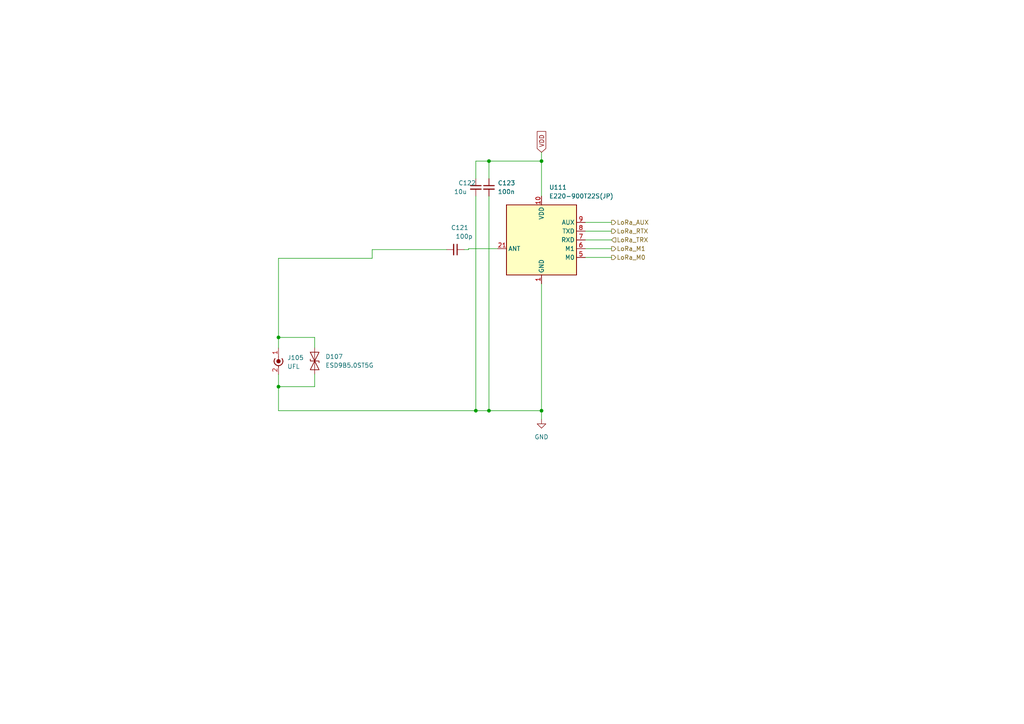
<source format=kicad_sch>
(kicad_sch (version 20231120) (generator "eeschema") (generator_version "8.0")
  (paper "A4")
  (lib_symbols
    (symbol "Connector:Conn_Coaxial_Power" (pin_names (offset 1.016) hide)
      (property "Reference" "J" (at -5.08 -1.27 90))
      (property "Value" "Conn_Coaxial_Power" (at -3.175 -1.27 90))
      (symbol "Conn_Coaxial_Power_0_1"
        (arc (start -1.27 -1.27) (mid 0 -2.5345) (end 1.27 -1.27) (stroke (width 0.254)))
        (arc (start -1.016 -0.508) (mid -1.2048 -0.8684) (end -1.27 -1.27) (stroke (width 0.254)))
        (circle (center 0 -1.27) (radius 0.508) (stroke (width 0.2032)) (fill (type outline)))
        (polyline (pts (xy 0 -2.54) (xy 0 -3.048)))
        (polyline (pts (xy 0 0) (xy 0 -1.27)))
        (arc (start 1.27 -1.27) (mid 1.2048 -0.8684) (end 1.016 -0.508) (stroke (width 0.254)))
      )
      (symbol "Conn_Coaxial_Power_1_1"
        (pin passive line (at 0 2.54 270) (length 2.54) (name "In") (number "1"))
        (pin passive line (at 0 -5.08 90) (length 2.54) (name "Ext") (number "2"))
      )
    )
    (symbol "Device:C_Small" (pin_numbers hide) (pin_names (offset 0.254) hide)
      (property "Reference" "C" (at 0.254 1.778 0))
      (property "Value" "C_Small" (at 0.254 -2.032 0))
      (symbol "C_Small_0_1"
        (polyline (pts (xy -1.524 -0.508) (xy 1.524 -0.508)) (stroke (width 0.3302)))
        (polyline (pts (xy -1.524 0.508) (xy 1.524 0.508)) (stroke (width 0.3048)))
      )
      (symbol "C_Small_1_1"
        (pin passive line (at 0 2.54 270) (length 2.032) (name "~") (number "1"))
        (pin passive line (at 0 -2.54 90) (length 2.032) (name "~") (number "2"))
      )
    )
    (symbol "Diode:ESD9B5.0ST5G" (pin_numbers hide) (pin_names (offset 1.016) hide)
      (property "Reference" "D" (at 0 2.54 0))
      (property "Value" "ESD9B5.0ST5G" (at 0 -2.54 0))
      (symbol "ESD9B5.0ST5G_0_1"
        (polyline (pts (xy 1.27 0) (xy -1.27 0)))
        (polyline (pts (xy -2.54 -1.27) (xy 0 0) (xy -2.54 1.27) (xy -2.54 -1.27)) (stroke (width 0.2032)))
        (polyline (pts (xy 0.508 1.27) (xy 0 1.27) (xy 0 -1.27) (xy -0.508 -1.27)) (stroke (width 0.2032)))
        (polyline (pts (xy 2.54 1.27) (xy 2.54 -1.27) (xy 0 0) (xy 2.54 1.27)) (stroke (width 0.2032)))
      )
      (symbol "ESD9B5.0ST5G_1_1"
        (pin passive line (at -3.81 0 0) (length 2.54) (name "A1") (number "1"))
        (pin passive line (at 3.81 0 180) (length 2.54) (name "A2") (number "2"))
      )
    )
    (symbol "RF_Module_additional:E220-900T22S(JP)"
      (property "Reference" "U" (at -8.89 11.43 0))
      (property "Value" "E220-900T22S(JP)" (at 11.43 11.43 0))
      (symbol "E220-900T22S(JP)_0_1"
        (rectangle (start -10.16 10.16) (end 10.16 -10.16) (stroke (width 0.254)) (fill (type background)))
      )
      (symbol "E220-900T22S(JP)_1_1"
        (pin power_in line (at 0 -12.7 90) (length 2.54) (name "GND") (number "1"))
        (pin power_in line (at 0 12.7 270) (length 2.54) (name "VDD") (number "10"))
        (pin passive line (at 0 -12.7 90) (length 2.54) hide (name "GND") (number "11"))
        (pin passive line (at 0 -12.7 90) (length 2.54) hide (name "GND") (number "13"))
        (pin passive line (at 0 -12.7 90) (length 2.54) hide (name "GND") (number "19"))
        (pin passive line (at 0 -12.7 90) (length 2.54) hide (name "GND") (number "2"))
        (pin passive line (at 0 -12.7 90) (length 2.54) hide (name "GND") (number "20"))
        (pin power_in line (at -12.7 -2.54 0) (length 2.54) (name "ANT") (number "21"))
        (pin passive line (at 0 -12.7 90) (length 2.54) hide (name "GND") (number "22"))
        (pin passive line (at 0 -12.7 90) (length 2.54) hide (name "GND") (number "3"))
        (pin passive line (at 0 -12.7 90) (length 2.54) hide (name "GND") (number "4"))
        (pin input line (at 12.7 -5.08 180) (length 2.54) (name "M0") (number "5"))
        (pin input line (at 12.7 -2.54 180) (length 2.54) (name "M1") (number "6"))
        (pin input line (at 12.7 0 180) (length 2.54) (name "RXD") (number "7"))
        (pin output line (at 12.7 2.54 180) (length 2.54) (name "TXD") (number "8"))
        (pin output line (at 12.7 5.08 180) (length 2.54) (name "AUX") (number "9"))
      )
    )
    (symbol "power:GND" (power) (pin_names (offset 0))
      (property "Value" "GND" (at 0 -3.81 0))
      (symbol "GND_0_1"
        (polyline (pts (xy 0 0) (xy 0 -1.27) (xy 1.27 -1.27) (xy 0 -2.54) (xy -1.27 -1.27) (xy 0 -1.27)))
      )
      (symbol "GND_1_1"
        (pin power_in line (at 0 0 270) (length 0) hide (name "GND") (number "1"))
      )
    )
  )
  (junction (at 141.8183 46.7278))
  (junction (at 157.0583 46.7278))
  (junction (at 157.0583 119.1178))
  (junction (at 141.8183 119.1178))
  (junction (at 138.0083 119.1178))
  (junction (at 80.7747 97.866))
  (junction (at 80.7747 112.1455))
  (wire (pts (xy 169.7583 74.6678) (xy 177.3783 74.6678)))
  (wire (pts (xy 141.8183 46.7278) (xy 141.8183 51.8078)))
  (wire (pts (xy 177.3783 67.0478) (xy 169.7583 67.0478)))
  (wire (pts (xy 157.0583 46.7278) (xy 157.0583 56.8878)))
  (wire (pts (xy 169.7583 69.5878) (xy 177.3783 69.5878)))
  (wire (pts (xy 138.0083 46.7278) (xy 141.8183 46.7278)))
  (wire (pts (xy 80.7747 108.5857) (xy 80.7747 112.1455)))
  (wire (pts (xy 135.89 72.39) (xy 135.89 72.1278)))
  (wire (pts (xy 135.89 72.1278) (xy 144.3583 72.1278)))
  (wire (pts (xy 91.2659 97.866) (xy 80.7747 97.866)))
  (wire (pts (xy 138.0083 119.1178) (xy 141.8183 119.1178)))
  (wire (pts (xy 169.7583 64.5078) (xy 177.3783 64.5078)))
  (wire (pts (xy 177.3783 72.1278) (xy 169.7583 72.1278)))
  (wire (pts (xy 138.0083 56.8878) (xy 138.0083 119.1178)))
  (wire (pts (xy 80.7747 119.1178) (xy 138.0083 119.1178)))
  (wire (pts (xy 157.0583 119.1178) (xy 157.0583 121.6578)))
  (wire (pts (xy 91.2659 100.8919) (xy 91.2659 97.866)))
  (wire (pts (xy 80.7747 74.93) (xy 107.95 74.93)))
  (wire (pts (xy 91.2659 108.5119) (xy 91.2659 112.1455)))
  (wire (pts (xy 157.0583 82.2878) (xy 157.0583 119.1178)))
  (wire (pts (xy 80.7747 97.866) (xy 80.7747 100.9657)))
  (wire (pts (xy 138.0083 51.8078) (xy 138.0083 46.7278)))
  (wire (pts (xy 141.8183 46.7278) (xy 157.0583 46.7278)))
  (wire (pts (xy 107.95 72.39) (xy 107.95 74.93)))
  (wire (pts (xy 141.8183 119.1178) (xy 157.0583 119.1178)))
  (wire (pts (xy 91.2659 112.1455) (xy 80.7747 112.1455)))
  (wire (pts (xy 157.0583 44.1878) (xy 157.0583 46.7278)))
  (wire (pts (xy 141.8183 56.8878) (xy 141.8183 119.1178)))
  (wire (pts (xy 80.7747 112.1455) (xy 80.7747 119.1178)))
  (wire (pts (xy 134.62 72.39) (xy 135.89 72.39)))
  (wire (pts (xy 107.95 72.39) (xy 129.54 72.39)))
  (wire (pts (xy 80.7747 74.93) (xy 80.7747 97.866)))
  (global_label "VDD" (shape input) (at 157.0583 44.1878 90) (property "Intersheetrefs" "${INTERSHEET_REFS}" (effects (hide yes))))
  (hierarchical_label "LoRa_RTX" (shape output) (at 177.3783 67.0478 0))
  (hierarchical_label "LoRa_M0" (shape output) (at 177.3783 74.6678 0))
  (hierarchical_label "LoRa_AUX" (shape output) (at 177.3783 64.5078 0))
  (hierarchical_label "LoRa_TRX" (shape input) (at 177.3783 69.5878 0))
  (hierarchical_label "LoRa_M1" (shape output) (at 177.3783 72.1278 0))
  (symbol (lib_id "Connector:Conn_Coaxial_Power") (at 80.7747 103.5057 0) (unit 1)
    (property "Reference" "J105" (at 83.3147 103.7597 0) (effects (justify left)))
    (property "Value" "UFL" (at 83.3147 106.2997 0) (effects (justify left)))
    (property "Footprint" "Connector_Coaxial:U.FL_Molex_MCRF_73412-0110_Vertical" (effects (hide yes)))
    (property "LCSC" "C2693813" (effects (hide yes)))
  )
  (symbol (lib_id "Device:C_Small") (at 138.0083 54.3478 0) (unit 1)
    (property "Reference" "C122" (at 132.9283 53.0778 0) (effects (justify left)))
    (property "Value" "10u" (at 131.6583 55.6178 0) (effects (justify left)))
    (property "Footprint" "Capacitor_SMD:C_0603_1608Metric" (effects (hide yes)))
    (property "LCSC" "C96446" (effects (hide yes)))
  )
  (symbol (lib_id "Device:C_Small") (at 132.08 72.39 270) (unit 1)
    (property "Reference" "C121" (at 133.35 66.04 90))
    (property "Value" "100p" (at 134.62 68.58 90))
    (property "Footprint" "Capacitor_SMD:C_0603_1608Metric" (effects (hide yes)))
    (property "LCSC" "C14858" (effects (hide yes)))
  )
  (symbol (lib_id "RF_Module_additional:E220-900T22S(JP)") (at 157.0583 69.5878 0) (unit 1)
    (property "Reference" "U111" (at 159.2524 54.3478 0) (effects (justify left)))
    (property "Value" "E220-900T22S(JP)" (at 159.2524 56.8878 0) (effects (justify left)))
    (property "Footprint" "WOBCLibrary:E220-900T22S(JP)" (effects (hide yes)))
    (property "Datasheet" "https://dragon-torch.tech/wp-content/uploads/2023/05/data_sheet_Rev1.4.pdf" (effects (hide yes)))
  )
  (symbol (lib_id "Diode:ESD9B5.0ST5G") (at 91.2659 104.7019 90) (unit 1)
    (property "Reference" "D107" (at 94.3726 103.4318 90) (effects (justify right)))
    (property "Value" "ESD9B5.0ST5G" (at 94.3726 105.9718 90) (effects (justify right)))
    (property "Footprint" "Diode_SMD:D_SOD-882" (effects (hide yes)))
    (property "Datasheet" "https://www.onsemi.com/pub/Collateral/ESD9B-D.PDF" (effects (hide yes)))
    (property "Description" "ESD protection diode, 5.0Vrwm, SOD-923" (effects (hide yes)))
    (property "LCSC" "C7420372" (effects (hide yes)))
  )
  (symbol (lib_id "Device:C_Small") (at 141.8183 54.3478 0) (unit 1)
    (property "Reference" "C123" (at 144.3583 53.0841 0) (effects (justify left)))
    (property "Value" "100n" (at 144.3583 55.6178 0) (effects (justify left)))
    (property "Footprint" "Capacitor_SMD:C_0402_1005Metric" (effects (hide yes)))
    (property "LCSC" "C1525" (effects (hide yes)))
  )
  (symbol (lib_id "power:GND") (at 157.0583 121.6578 0) (unit 1)
    (property "Reference" "#PWR0162" (effects (hide yes)))
    (property "Value" "GND" (at 157.0583 126.7378 0))
  )
)
</source>
